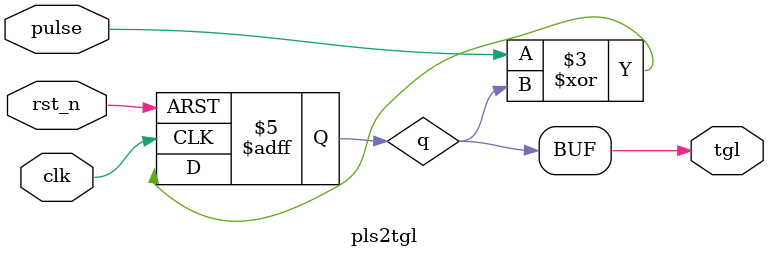
<source format=sv>
`ifdef __ICARUS__
`timescale 1 ns/1 ps
`endif

module pls2tgl (
    output logic tgl,
    input logic pulse,
    input logic clk, rst_n);

    logic q;
    
    initial q = 1'b0;
    
    always_ff @(posedge clk or negedge rst_n)
        if (!rst_n) q <= '0;
        else q <= pulse ^ q;
        
    assign tgl = q;
endmodule

</source>
